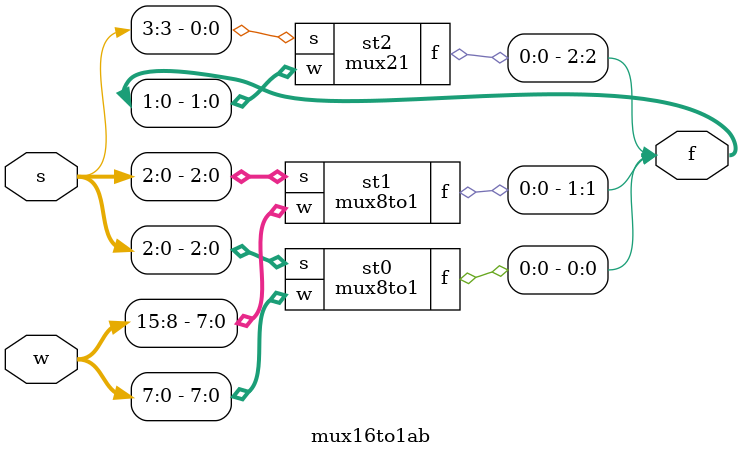
<source format=v>
module mux8to1(w,s,f);
input [7:0]w;
input [2:0]s;
output f;
reg f;
always @ (w or s)
begin
case(s)
0:f=w[0];
1:f=w[1];
2:f=w[2];
3:f=w[3];
4:f=w[4];
5:f=w[5];
6:f=w[6];
7:f=w[7];
endcase
end
endmodule
module mux21(w,s,f);
input [1:0]w;
input s;
output f;
reg f;
always @ (w or s)
begin
if(s==0)
f=w[0];
else
f=w[1];
end
endmodule
module mux16to1ab(w,s,f);
input [15:0]w;
input [3:0]s;
output [2:0]f;
mux8to1 st0(w[7:0],s[2:0],f[0]);
mux8to1 st1(w[15:8],s[2:0],f[1]);
mux21 st2(f[1:0],s[3],f[2]);
endmodule


</source>
